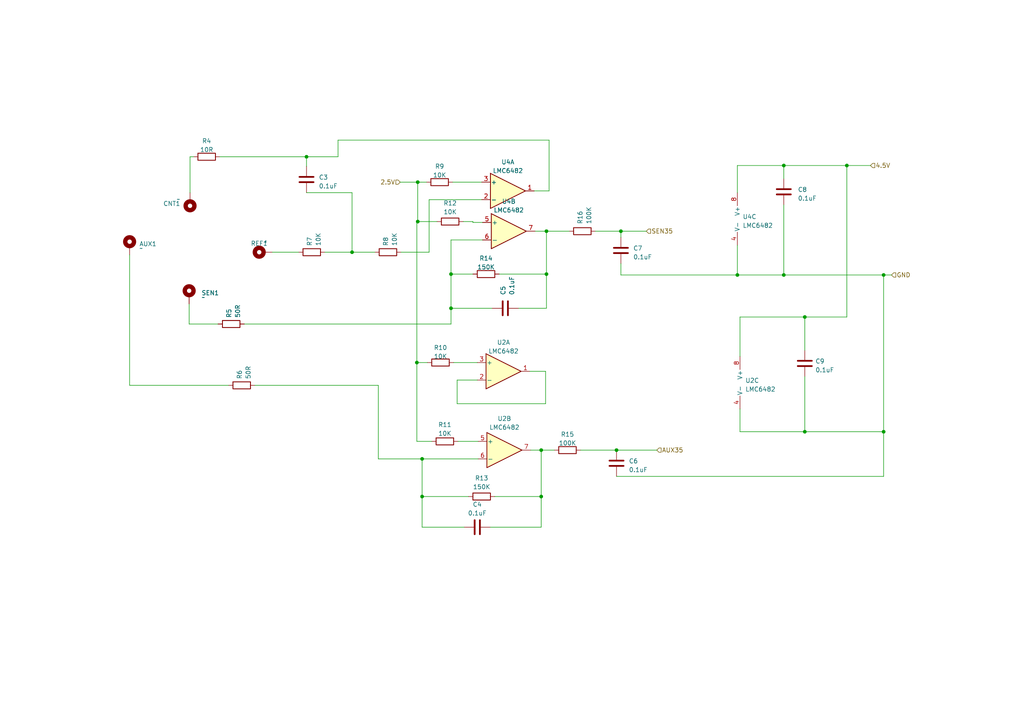
<source format=kicad_sch>
(kicad_sch (version 20230121) (generator eeschema)

  (uuid a898fce5-d1b9-418b-a96f-b8f0af31353e)

  (paper "A4")

  (lib_symbols
    (symbol "Amplifier_Operational:LMC6482" (pin_names (offset 0.127)) (in_bom yes) (on_board yes)
      (property "Reference" "U" (at 0 5.08 0)
        (effects (font (size 1.27 1.27)) (justify left))
      )
      (property "Value" "LMC6482" (at 0 -5.08 0)
        (effects (font (size 1.27 1.27)) (justify left))
      )
      (property "Footprint" "" (at 0 0 0)
        (effects (font (size 1.27 1.27)) hide)
      )
      (property "Datasheet" "http://www.ti.com/lit/ds/symlink/lmc6482.pdf" (at 0 0 0)
        (effects (font (size 1.27 1.27)) hide)
      )
      (property "ki_locked" "" (at 0 0 0)
        (effects (font (size 1.27 1.27)))
      )
      (property "ki_keywords" "dual opamp" (at 0 0 0)
        (effects (font (size 1.27 1.27)) hide)
      )
      (property "ki_description" "Dual CMOS Rail-to-Rail Input and Output Operational Amplifier, DIP-8/SOIC-8, SSOP-8" (at 0 0 0)
        (effects (font (size 1.27 1.27)) hide)
      )
      (property "ki_fp_filters" "SOIC*3.9x4.9mm*P1.27mm* DIP*W7.62mm* TO*99* OnSemi*Micro8* TSSOP*3x3mm*P0.65mm* TSSOP*4.4x3mm*P0.65mm* MSOP*3x3mm*P0.65mm* SSOP*3.9x4.9mm*P0.635mm* LFCSP*2x2mm*P0.5mm* *SIP* SOIC*5.3x6.2mm*P1.27mm*" (at 0 0 0)
        (effects (font (size 1.27 1.27)) hide)
      )
      (symbol "LMC6482_1_1"
        (polyline
          (pts
            (xy -5.08 5.08)
            (xy 5.08 0)
            (xy -5.08 -5.08)
            (xy -5.08 5.08)
          )
          (stroke (width 0.254) (type default))
          (fill (type background))
        )
        (pin output line (at 7.62 0 180) (length 2.54)
          (name "~" (effects (font (size 1.27 1.27))))
          (number "1" (effects (font (size 1.27 1.27))))
        )
        (pin input line (at -7.62 -2.54 0) (length 2.54)
          (name "-" (effects (font (size 1.27 1.27))))
          (number "2" (effects (font (size 1.27 1.27))))
        )
        (pin input line (at -7.62 2.54 0) (length 2.54)
          (name "+" (effects (font (size 1.27 1.27))))
          (number "3" (effects (font (size 1.27 1.27))))
        )
      )
      (symbol "LMC6482_2_1"
        (polyline
          (pts
            (xy -5.08 5.08)
            (xy 5.08 0)
            (xy -5.08 -5.08)
            (xy -5.08 5.08)
          )
          (stroke (width 0.254) (type default))
          (fill (type background))
        )
        (pin input line (at -7.62 2.54 0) (length 2.54)
          (name "+" (effects (font (size 1.27 1.27))))
          (number "5" (effects (font (size 1.27 1.27))))
        )
        (pin input line (at -7.62 -2.54 0) (length 2.54)
          (name "-" (effects (font (size 1.27 1.27))))
          (number "6" (effects (font (size 1.27 1.27))))
        )
        (pin output line (at 7.62 0 180) (length 2.54)
          (name "~" (effects (font (size 1.27 1.27))))
          (number "7" (effects (font (size 1.27 1.27))))
        )
      )
      (symbol "LMC6482_3_1"
        (pin power_in line (at -2.54 -7.62 90) (length 3.81)
          (name "V-" (effects (font (size 1.27 1.27))))
          (number "4" (effects (font (size 1.27 1.27))))
        )
        (pin power_in line (at -2.54 7.62 270) (length 3.81)
          (name "V+" (effects (font (size 1.27 1.27))))
          (number "8" (effects (font (size 1.27 1.27))))
        )
      )
    )
    (symbol "Device:C" (pin_numbers hide) (pin_names (offset 0.254)) (in_bom yes) (on_board yes)
      (property "Reference" "C" (at 0.635 2.54 0)
        (effects (font (size 1.27 1.27)) (justify left))
      )
      (property "Value" "C" (at 0.635 -2.54 0)
        (effects (font (size 1.27 1.27)) (justify left))
      )
      (property "Footprint" "" (at 0.9652 -3.81 0)
        (effects (font (size 1.27 1.27)) hide)
      )
      (property "Datasheet" "~" (at 0 0 0)
        (effects (font (size 1.27 1.27)) hide)
      )
      (property "ki_keywords" "cap capacitor" (at 0 0 0)
        (effects (font (size 1.27 1.27)) hide)
      )
      (property "ki_description" "Unpolarized capacitor" (at 0 0 0)
        (effects (font (size 1.27 1.27)) hide)
      )
      (property "ki_fp_filters" "C_*" (at 0 0 0)
        (effects (font (size 1.27 1.27)) hide)
      )
      (symbol "C_0_1"
        (polyline
          (pts
            (xy -2.032 -0.762)
            (xy 2.032 -0.762)
          )
          (stroke (width 0.508) (type default))
          (fill (type none))
        )
        (polyline
          (pts
            (xy -2.032 0.762)
            (xy 2.032 0.762)
          )
          (stroke (width 0.508) (type default))
          (fill (type none))
        )
      )
      (symbol "C_1_1"
        (pin passive line (at 0 3.81 270) (length 2.794)
          (name "~" (effects (font (size 1.27 1.27))))
          (number "1" (effects (font (size 1.27 1.27))))
        )
        (pin passive line (at 0 -3.81 90) (length 2.794)
          (name "~" (effects (font (size 1.27 1.27))))
          (number "2" (effects (font (size 1.27 1.27))))
        )
      )
    )
    (symbol "Device:R" (pin_numbers hide) (pin_names (offset 0)) (in_bom yes) (on_board yes)
      (property "Reference" "R" (at 2.032 0 90)
        (effects (font (size 1.27 1.27)))
      )
      (property "Value" "R" (at 0 0 90)
        (effects (font (size 1.27 1.27)))
      )
      (property "Footprint" "" (at -1.778 0 90)
        (effects (font (size 1.27 1.27)) hide)
      )
      (property "Datasheet" "~" (at 0 0 0)
        (effects (font (size 1.27 1.27)) hide)
      )
      (property "ki_keywords" "R res resistor" (at 0 0 0)
        (effects (font (size 1.27 1.27)) hide)
      )
      (property "ki_description" "Resistor" (at 0 0 0)
        (effects (font (size 1.27 1.27)) hide)
      )
      (property "ki_fp_filters" "R_*" (at 0 0 0)
        (effects (font (size 1.27 1.27)) hide)
      )
      (symbol "R_0_1"
        (rectangle (start -1.016 -2.54) (end 1.016 2.54)
          (stroke (width 0.254) (type default))
          (fill (type none))
        )
      )
      (symbol "R_1_1"
        (pin passive line (at 0 3.81 270) (length 1.27)
          (name "~" (effects (font (size 1.27 1.27))))
          (number "1" (effects (font (size 1.27 1.27))))
        )
        (pin passive line (at 0 -3.81 90) (length 1.27)
          (name "~" (effects (font (size 1.27 1.27))))
          (number "2" (effects (font (size 1.27 1.27))))
        )
      )
    )
    (symbol "Mechanical:MountingHole_Pad" (pin_numbers hide) (pin_names (offset 1.016) hide) (in_bom yes) (on_board yes)
      (property "Reference" "H" (at 0 6.35 0)
        (effects (font (size 1.27 1.27)))
      )
      (property "Value" "MountingHole_Pad" (at 0 4.445 0)
        (effects (font (size 1.27 1.27)))
      )
      (property "Footprint" "" (at 0 0 0)
        (effects (font (size 1.27 1.27)) hide)
      )
      (property "Datasheet" "~" (at 0 0 0)
        (effects (font (size 1.27 1.27)) hide)
      )
      (property "ki_keywords" "mounting hole" (at 0 0 0)
        (effects (font (size 1.27 1.27)) hide)
      )
      (property "ki_description" "Mounting Hole with connection" (at 0 0 0)
        (effects (font (size 1.27 1.27)) hide)
      )
      (property "ki_fp_filters" "MountingHole*Pad*" (at 0 0 0)
        (effects (font (size 1.27 1.27)) hide)
      )
      (symbol "MountingHole_Pad_0_1"
        (circle (center 0 1.27) (radius 1.27)
          (stroke (width 1.27) (type default))
          (fill (type none))
        )
      )
      (symbol "MountingHole_Pad_1_1"
        (pin input line (at 0 -2.54 90) (length 2.54)
          (name "1" (effects (font (size 1.27 1.27))))
          (number "1" (effects (font (size 1.27 1.27))))
        )
      )
    )
  )

  (junction (at 180.086 67.056) (diameter 0) (color 0 0 0 0)
    (uuid 04b225fb-f996-461c-b08d-74114fbebdc9)
  )
  (junction (at 245.618 48.006) (diameter 0) (color 0 0 0 0)
    (uuid 080cebc6-21fa-4fa2-8205-9fb6b603e098)
  )
  (junction (at 122.428 133.096) (diameter 0) (color 0 0 0 0)
    (uuid 4c76ecf8-9277-449d-9985-9e36f74db2a1)
  )
  (junction (at 178.816 130.556) (diameter 0) (color 0 0 0 0)
    (uuid 50b7a418-e93a-4f84-8e63-6c5bcd73e195)
  )
  (junction (at 130.81 79.502) (diameter 0) (color 0 0 0 0)
    (uuid 6d5f41e2-f934-4104-905b-e8ea8ff75460)
  )
  (junction (at 122.428 144.018) (diameter 0) (color 0 0 0 0)
    (uuid 6ebe0849-63fa-4575-812e-f600f5527704)
  )
  (junction (at 227.33 79.756) (diameter 0) (color 0 0 0 0)
    (uuid 733bb1fe-cd34-47f0-83fc-bd0bda86cc50)
  )
  (junction (at 233.426 91.948) (diameter 0) (color 0 0 0 0)
    (uuid 7aa03080-7d14-4f8e-9907-12e5d67fee83)
  )
  (junction (at 121.158 64.262) (diameter 0) (color 0 0 0 0)
    (uuid 8831bb48-deb2-479b-adc4-077a9ba43887)
  )
  (junction (at 88.9 45.466) (diameter 0) (color 0 0 0 0)
    (uuid 8d19542b-2f1c-45cf-97da-3fefd4a99f42)
  )
  (junction (at 213.868 79.756) (diameter 0) (color 0 0 0 0)
    (uuid 903999fd-cc85-48cd-8604-27acd2726ca9)
  )
  (junction (at 130.81 89.408) (diameter 0) (color 0 0 0 0)
    (uuid 9091756f-66af-4a09-b5cb-32f0252bc98b)
  )
  (junction (at 120.904 105.156) (diameter 0) (color 0 0 0 0)
    (uuid 9882904a-fdde-4703-a8af-8b62d19f4c54)
  )
  (junction (at 256.286 79.756) (diameter 0) (color 0 0 0 0)
    (uuid 9d649c9a-0eed-465f-856e-e6673a251101)
  )
  (junction (at 227.33 48.006) (diameter 0) (color 0 0 0 0)
    (uuid a6567463-76e3-4b6f-8de6-b4044b1ffe53)
  )
  (junction (at 158.496 67.056) (diameter 0) (color 0 0 0 0)
    (uuid ac259ea1-2338-4393-9e06-57a52bc10c08)
  )
  (junction (at 233.426 125.222) (diameter 0) (color 0 0 0 0)
    (uuid b02c092d-2281-49f5-a76b-0da5ae8041db)
  )
  (junction (at 256.286 125.222) (diameter 0) (color 0 0 0 0)
    (uuid c592789d-b358-4906-91d7-cad6b90a3fab)
  )
  (junction (at 102.108 73.152) (diameter 0) (color 0 0 0 0)
    (uuid c90a670c-e0e2-4842-98ad-66b4c10bae9c)
  )
  (junction (at 121.158 52.832) (diameter 0) (color 0 0 0 0)
    (uuid d579333a-4c3d-4dc3-a63f-06a284e05f0d)
  )
  (junction (at 156.972 144.018) (diameter 0) (color 0 0 0 0)
    (uuid dc324841-3841-4a1f-87d6-2be2f38db317)
  )
  (junction (at 158.496 79.502) (diameter 0) (color 0 0 0 0)
    (uuid ebef4f1a-2aaa-494d-90c6-98511ef645ad)
  )
  (junction (at 156.972 130.556) (diameter 0) (color 0 0 0 0)
    (uuid f2ca60a6-943a-4174-9bff-774bbf213b56)
  )

  (wire (pts (xy 116.078 52.832) (xy 121.158 52.832))
    (stroke (width 0) (type default))
    (uuid 037682de-8dd8-428f-8b99-f1a8855b4c6d)
  )
  (wire (pts (xy 98.044 45.466) (xy 88.9 45.466))
    (stroke (width 0) (type default))
    (uuid 053b3042-18b7-476a-bd0f-afb376258dcb)
  )
  (wire (pts (xy 159.258 55.372) (xy 159.258 40.64))
    (stroke (width 0) (type default))
    (uuid 0561e330-4aad-434e-9e28-1c542e540fb9)
  )
  (wire (pts (xy 131.318 52.832) (xy 139.7 52.832))
    (stroke (width 0) (type default))
    (uuid 0762ddeb-325d-41e3-86da-81d43d8dbee3)
  )
  (wire (pts (xy 73.914 111.76) (xy 109.728 111.76))
    (stroke (width 0) (type default))
    (uuid 0953976f-0718-4198-a7ff-52120788314a)
  )
  (wire (pts (xy 256.286 79.756) (xy 258.572 79.756))
    (stroke (width 0) (type default))
    (uuid 0d8430c2-17f4-4d6b-a821-6ed47cda4d76)
  )
  (wire (pts (xy 122.428 144.018) (xy 122.428 133.096))
    (stroke (width 0) (type default))
    (uuid 0e8b427e-3b65-4458-8bc3-3116b7c72f2b)
  )
  (wire (pts (xy 78.994 73.152) (xy 86.614 73.152))
    (stroke (width 0) (type default))
    (uuid 0ed79d37-9d56-4124-9205-d76ac71c19b3)
  )
  (wire (pts (xy 213.868 48.006) (xy 213.868 55.88))
    (stroke (width 0) (type default))
    (uuid 12bd74e7-5095-4747-a638-8e64a362431f)
  )
  (wire (pts (xy 98.044 40.64) (xy 98.044 45.466))
    (stroke (width 0) (type default))
    (uuid 163c9e7c-5ac0-41d2-adb2-eff530273f6b)
  )
  (wire (pts (xy 245.618 48.006) (xy 245.618 91.948))
    (stroke (width 0) (type default))
    (uuid 16e8c642-c994-4a22-9b89-f5b8eff6ff29)
  )
  (wire (pts (xy 130.81 89.408) (xy 142.748 89.408))
    (stroke (width 0) (type default))
    (uuid 176d3c01-d1a0-4910-afa7-3539bce895f0)
  )
  (wire (pts (xy 187.452 67.056) (xy 180.086 67.056))
    (stroke (width 0) (type default))
    (uuid 19f5ec96-f762-4179-b350-e7e6a5a36e6d)
  )
  (wire (pts (xy 137.16 64.262) (xy 137.16 64.516))
    (stroke (width 0) (type default))
    (uuid 26e7b48f-cd7a-4dbc-9eb3-1ff70fa6bd63)
  )
  (wire (pts (xy 132.588 117.094) (xy 132.588 110.236))
    (stroke (width 0) (type default))
    (uuid 28340e6b-d0da-4abe-9571-c32f73afed35)
  )
  (wire (pts (xy 102.108 73.152) (xy 108.712 73.152))
    (stroke (width 0) (type default))
    (uuid 28fffe52-68bb-4959-bfd4-f8ab6bdd09c0)
  )
  (wire (pts (xy 120.904 64.262) (xy 121.158 64.262))
    (stroke (width 0) (type default))
    (uuid 2f2f1198-c58b-4736-9dc6-c38bb4006125)
  )
  (wire (pts (xy 245.618 48.006) (xy 227.33 48.006))
    (stroke (width 0) (type default))
    (uuid 2fd0b797-a7b1-4af4-b729-41062fd41994)
  )
  (wire (pts (xy 122.428 133.096) (xy 138.684 133.096))
    (stroke (width 0) (type default))
    (uuid 30df8192-d043-48f2-899f-9bcc1e3b8f62)
  )
  (wire (pts (xy 156.972 130.556) (xy 160.782 130.556))
    (stroke (width 0) (type default))
    (uuid 30eaa1a4-7157-4e18-b0b2-1bc85d859c7d)
  )
  (wire (pts (xy 180.086 76.454) (xy 180.086 79.756))
    (stroke (width 0) (type default))
    (uuid 31a4fba2-937a-4164-b7a1-3323ad4fe54f)
  )
  (wire (pts (xy 63.754 45.466) (xy 88.9 45.466))
    (stroke (width 0) (type default))
    (uuid 31f4f6bb-3329-4b56-ab9a-3b965f6c9c50)
  )
  (wire (pts (xy 227.33 48.006) (xy 213.868 48.006))
    (stroke (width 0) (type default))
    (uuid 346876cf-c726-40ca-8041-860ca8363ef8)
  )
  (wire (pts (xy 143.51 144.018) (xy 156.972 144.018))
    (stroke (width 0) (type default))
    (uuid 34be1753-e961-4db4-96bd-914e892fa16d)
  )
  (wire (pts (xy 156.972 152.908) (xy 156.972 144.018))
    (stroke (width 0) (type default))
    (uuid 36df6472-6f42-4440-836f-30eb39922b8e)
  )
  (wire (pts (xy 125.222 128.016) (xy 120.904 128.016))
    (stroke (width 0) (type default))
    (uuid 3a93934e-47f1-4adb-aa03-e95ecf6ee89d)
  )
  (wire (pts (xy 233.426 109.22) (xy 233.426 125.222))
    (stroke (width 0) (type default))
    (uuid 3ac52d88-ee27-431f-abfd-bdaaa8eee21b)
  )
  (wire (pts (xy 137.16 64.516) (xy 139.954 64.516))
    (stroke (width 0) (type default))
    (uuid 3dcad529-588e-4b37-9cce-6733f6e03963)
  )
  (wire (pts (xy 54.864 88.138) (xy 54.864 93.98))
    (stroke (width 0) (type default))
    (uuid 3e3975d6-b10c-4bdc-b847-2da6316536d4)
  )
  (wire (pts (xy 124.46 57.912) (xy 124.46 73.152))
    (stroke (width 0) (type default))
    (uuid 3f39b4b2-756e-45b0-bacc-45416ad054e3)
  )
  (wire (pts (xy 134.366 64.262) (xy 137.16 64.262))
    (stroke (width 0) (type default))
    (uuid 4134f8fe-1e23-471d-b078-0d821e1cbde0)
  )
  (wire (pts (xy 139.7 57.912) (xy 124.46 57.912))
    (stroke (width 0) (type default))
    (uuid 42f90306-cadf-4fee-a7d9-a65c80cb3a98)
  )
  (wire (pts (xy 150.368 89.408) (xy 158.496 89.408))
    (stroke (width 0) (type default))
    (uuid 43b53381-30f0-4295-99d5-c00d411b2a44)
  )
  (wire (pts (xy 132.588 110.236) (xy 138.43 110.236))
    (stroke (width 0) (type default))
    (uuid 44b3e1e3-36b3-459c-be6c-69cdbac2231a)
  )
  (wire (pts (xy 109.728 111.76) (xy 109.728 133.096))
    (stroke (width 0) (type default))
    (uuid 47436055-28a4-4ef4-a098-4053afe3863b)
  )
  (wire (pts (xy 168.402 130.556) (xy 178.816 130.556))
    (stroke (width 0) (type default))
    (uuid 4f178685-fc67-45fc-a9dd-308e21366d2d)
  )
  (wire (pts (xy 121.158 64.262) (xy 121.158 52.832))
    (stroke (width 0) (type default))
    (uuid 5331785c-00a2-4809-b614-9f306c9c0096)
  )
  (wire (pts (xy 227.33 79.756) (xy 256.286 79.756))
    (stroke (width 0) (type default))
    (uuid 56950b1f-c774-44a6-b9e3-d2885c1a751c)
  )
  (wire (pts (xy 134.62 152.908) (xy 122.428 152.908))
    (stroke (width 0) (type default))
    (uuid 58dafc77-4950-4c44-bc7d-e5d2c07700dd)
  )
  (wire (pts (xy 233.426 101.6) (xy 233.426 91.948))
    (stroke (width 0) (type default))
    (uuid 5a10676f-32ff-4e45-9b45-6a66c959e2f4)
  )
  (wire (pts (xy 213.868 79.756) (xy 227.33 79.756))
    (stroke (width 0) (type default))
    (uuid 5a9d21dd-d888-48cd-bf08-b2c853748efa)
  )
  (wire (pts (xy 137.16 79.502) (xy 130.81 79.502))
    (stroke (width 0) (type default))
    (uuid 60742006-c30f-421e-a6f2-3950c3c9b97e)
  )
  (wire (pts (xy 172.72 67.056) (xy 180.086 67.056))
    (stroke (width 0) (type default))
    (uuid 615ab861-8add-4e0a-ad89-352c96c252ab)
  )
  (wire (pts (xy 124.46 73.152) (xy 116.332 73.152))
    (stroke (width 0) (type default))
    (uuid 6312d685-6721-4522-a885-d136a10af9ec)
  )
  (wire (pts (xy 214.63 91.948) (xy 233.426 91.948))
    (stroke (width 0) (type default))
    (uuid 652f35e5-acec-4bfe-adab-a24fd17b4414)
  )
  (wire (pts (xy 233.426 125.222) (xy 256.286 125.222))
    (stroke (width 0) (type default))
    (uuid 6ba647ea-f8fe-4b79-8fb6-9dabca1a46a5)
  )
  (wire (pts (xy 130.81 89.408) (xy 130.81 93.98))
    (stroke (width 0) (type default))
    (uuid 704e113b-2c1e-4d36-9bf0-71c455a70968)
  )
  (wire (pts (xy 256.286 138.176) (xy 256.286 125.222))
    (stroke (width 0) (type default))
    (uuid 78467627-b569-4873-9991-92bd00b3800f)
  )
  (wire (pts (xy 37.592 73.914) (xy 37.592 111.76))
    (stroke (width 0) (type default))
    (uuid 7a782c2d-0319-4965-874e-449f70200d49)
  )
  (wire (pts (xy 55.118 45.466) (xy 55.118 55.88))
    (stroke (width 0) (type default))
    (uuid 7b7319bc-b5c3-4f4e-9933-cc1664af5cb0)
  )
  (wire (pts (xy 159.258 40.64) (xy 98.044 40.64))
    (stroke (width 0) (type default))
    (uuid 7dfc65f6-585c-4ffd-8716-5c0c612c14cd)
  )
  (wire (pts (xy 130.81 79.502) (xy 130.81 89.408))
    (stroke (width 0) (type default))
    (uuid 7f410bc1-a4d9-4d90-8d69-63be74feb309)
  )
  (wire (pts (xy 122.428 152.908) (xy 122.428 144.018))
    (stroke (width 0) (type default))
    (uuid 80c6e244-3d88-45d5-b29a-6e4b224bf641)
  )
  (wire (pts (xy 130.81 69.596) (xy 139.954 69.596))
    (stroke (width 0) (type default))
    (uuid 810568dd-0085-4b3f-a265-690a6698d8c3)
  )
  (wire (pts (xy 120.904 64.262) (xy 120.904 105.156))
    (stroke (width 0) (type default))
    (uuid 81978ab4-055c-445b-a2fa-145c8cef405d)
  )
  (wire (pts (xy 123.952 105.156) (xy 120.904 105.156))
    (stroke (width 0) (type default))
    (uuid 849a8565-3ec8-4d2f-9145-5689aaf06182)
  )
  (wire (pts (xy 227.33 48.006) (xy 227.33 51.816))
    (stroke (width 0) (type default))
    (uuid 84b78517-2477-4360-866e-e6774592e5b1)
  )
  (wire (pts (xy 130.81 69.596) (xy 130.81 79.502))
    (stroke (width 0) (type default))
    (uuid 863153b1-5792-420f-87e1-dcb35e9c7dc5)
  )
  (wire (pts (xy 233.426 91.948) (xy 245.618 91.948))
    (stroke (width 0) (type default))
    (uuid 94382609-8ac2-47a0-b75d-ac195f8c9073)
  )
  (wire (pts (xy 70.866 93.98) (xy 130.81 93.98))
    (stroke (width 0) (type default))
    (uuid 98d754de-674c-477a-86df-047660cc5598)
  )
  (wire (pts (xy 158.496 89.408) (xy 158.496 79.502))
    (stroke (width 0) (type default))
    (uuid a1dae7dd-2c69-4d35-adae-4c28dd470189)
  )
  (wire (pts (xy 131.572 105.156) (xy 138.43 105.156))
    (stroke (width 0) (type default))
    (uuid a348bc12-0d24-4d21-8755-677441420d47)
  )
  (wire (pts (xy 132.842 128.016) (xy 138.684 128.016))
    (stroke (width 0) (type default))
    (uuid a7c2bd38-3923-46ed-b9c4-70c08bc2b496)
  )
  (wire (pts (xy 190.5 130.556) (xy 178.816 130.556))
    (stroke (width 0) (type default))
    (uuid a85950ca-e88a-4dc2-929a-c6726f9d0ac2)
  )
  (wire (pts (xy 158.242 117.094) (xy 132.588 117.094))
    (stroke (width 0) (type default))
    (uuid aa178e4d-5507-4269-81fc-4d702e7b69cc)
  )
  (wire (pts (xy 214.63 118.618) (xy 214.63 125.222))
    (stroke (width 0) (type default))
    (uuid acca568d-9e2c-45c6-8dbe-1dd987f1fc3a)
  )
  (wire (pts (xy 178.816 138.176) (xy 256.286 138.176))
    (stroke (width 0) (type default))
    (uuid b078906c-7a21-46b4-8e00-9afa0f01f07e)
  )
  (wire (pts (xy 158.496 67.056) (xy 158.496 79.502))
    (stroke (width 0) (type default))
    (uuid b195ccc0-60d8-46e3-876a-d6d1f1539000)
  )
  (wire (pts (xy 213.868 79.756) (xy 213.868 71.12))
    (stroke (width 0) (type default))
    (uuid b4ff4e44-64d3-4a59-84a0-d104e6da2b8c)
  )
  (wire (pts (xy 214.63 125.222) (xy 233.426 125.222))
    (stroke (width 0) (type default))
    (uuid b850a66a-d478-4dd8-b979-e5ecd4d0fc88)
  )
  (wire (pts (xy 165.1 67.056) (xy 158.496 67.056))
    (stroke (width 0) (type default))
    (uuid baa14b68-b56f-42b1-8e14-d6378dbc6f3c)
  )
  (wire (pts (xy 37.592 111.76) (xy 66.294 111.76))
    (stroke (width 0) (type default))
    (uuid bba12fb2-1d65-4150-8a7c-e7190c8af5c6)
  )
  (wire (pts (xy 256.286 125.222) (xy 256.286 79.756))
    (stroke (width 0) (type default))
    (uuid bdb234af-1d9f-4207-8bdc-328dd7587982)
  )
  (wire (pts (xy 180.086 67.056) (xy 180.086 68.834))
    (stroke (width 0) (type default))
    (uuid bea14acf-2792-4dd4-bb2c-9d3e4b13e965)
  )
  (wire (pts (xy 121.158 52.832) (xy 123.698 52.832))
    (stroke (width 0) (type default))
    (uuid c25fbf11-6da3-41cc-ae90-2c436449c4e4)
  )
  (wire (pts (xy 109.728 133.096) (xy 122.428 133.096))
    (stroke (width 0) (type default))
    (uuid c837f894-5a79-47e3-ad94-16684e701ea7)
  )
  (wire (pts (xy 88.9 55.88) (xy 102.108 55.88))
    (stroke (width 0) (type default))
    (uuid c933add4-e438-455b-aa49-c703545f7e72)
  )
  (wire (pts (xy 153.67 107.696) (xy 158.242 107.696))
    (stroke (width 0) (type default))
    (uuid cf647ba1-3712-440d-8e01-1b0b63c305c6)
  )
  (wire (pts (xy 54.864 93.98) (xy 63.246 93.98))
    (stroke (width 0) (type default))
    (uuid cfb55add-06a4-45df-a473-4b26f0e69f5f)
  )
  (wire (pts (xy 252.476 48.006) (xy 245.618 48.006))
    (stroke (width 0) (type default))
    (uuid d30c101d-cfd8-4668-b2f9-a91897b3cf48)
  )
  (wire (pts (xy 154.94 55.372) (xy 159.258 55.372))
    (stroke (width 0) (type default))
    (uuid d3f8862b-fb4b-4c59-8863-e1e9d0b4f65d)
  )
  (wire (pts (xy 126.746 64.262) (xy 121.158 64.262))
    (stroke (width 0) (type default))
    (uuid d46de9f1-290d-4c72-9499-9534a9315160)
  )
  (wire (pts (xy 142.24 152.908) (xy 156.972 152.908))
    (stroke (width 0) (type default))
    (uuid df35b31a-eccc-4778-8cb7-14f4669573aa)
  )
  (wire (pts (xy 153.924 130.556) (xy 156.972 130.556))
    (stroke (width 0) (type default))
    (uuid e1fff6bb-db04-470a-8190-adff1c85f450)
  )
  (wire (pts (xy 135.89 144.018) (xy 122.428 144.018))
    (stroke (width 0) (type default))
    (uuid e7b14bfe-9ebb-42f0-a4c9-f14e6a632406)
  )
  (wire (pts (xy 158.242 107.696) (xy 158.242 117.094))
    (stroke (width 0) (type default))
    (uuid e8c44de8-9ec5-49df-96a6-7534a0662c21)
  )
  (wire (pts (xy 55.118 45.466) (xy 56.134 45.466))
    (stroke (width 0) (type default))
    (uuid e941e56c-8f7d-4951-82af-92d449c3c78c)
  )
  (wire (pts (xy 144.78 79.502) (xy 158.496 79.502))
    (stroke (width 0) (type default))
    (uuid ebaad87c-5e52-4247-a51a-aedc81e1374a)
  )
  (wire (pts (xy 102.108 55.88) (xy 102.108 73.152))
    (stroke (width 0) (type default))
    (uuid ec8a7e5f-af3d-4820-9c03-6e2a50f1ce1e)
  )
  (wire (pts (xy 120.904 128.016) (xy 120.904 105.156))
    (stroke (width 0) (type default))
    (uuid eca25e99-0427-4bf0-afa4-fbd847af8390)
  )
  (wire (pts (xy 156.972 144.018) (xy 156.972 130.556))
    (stroke (width 0) (type default))
    (uuid eeeba679-3dec-46a4-8ffd-5cbc3a534a1f)
  )
  (wire (pts (xy 88.9 45.466) (xy 88.9 48.26))
    (stroke (width 0) (type default))
    (uuid ef48df6a-64b9-4064-858a-75a488693786)
  )
  (wire (pts (xy 214.63 103.378) (xy 214.63 91.948))
    (stroke (width 0) (type default))
    (uuid efd271ad-259c-48e3-b6a8-3cb2a0f33744)
  )
  (wire (pts (xy 94.234 73.152) (xy 102.108 73.152))
    (stroke (width 0) (type default))
    (uuid f5d45f71-0b0a-46f2-9e6a-5dad9385275c)
  )
  (wire (pts (xy 158.496 67.056) (xy 155.194 67.056))
    (stroke (width 0) (type default))
    (uuid f61e0960-21e2-4ef5-8451-847e43a9fea8)
  )
  (wire (pts (xy 180.086 79.756) (xy 213.868 79.756))
    (stroke (width 0) (type default))
    (uuid f627aee8-a40b-47a5-bef7-485d7e284596)
  )
  (wire (pts (xy 227.33 59.436) (xy 227.33 79.756))
    (stroke (width 0) (type default))
    (uuid fb0ab742-3985-4d33-a8ef-f92f5c960805)
  )

  (hierarchical_label "GND" (shape input) (at 258.572 79.756 0) (fields_autoplaced)
    (effects (font (size 1.27 1.27)) (justify left))
    (uuid 1dfcaaec-0419-47f1-8fa1-180d05a94931)
  )
  (hierarchical_label "2.5V" (shape input) (at 116.078 52.832 180) (fields_autoplaced)
    (effects (font (size 1.27 1.27)) (justify right))
    (uuid 3bb413f0-4b29-400e-97bf-439d1ed9f530)
  )
  (hierarchical_label "SEN35" (shape input) (at 187.452 67.056 0) (fields_autoplaced)
    (effects (font (size 1.27 1.27)) (justify left))
    (uuid 8078137d-fde2-4740-aa0c-6ef0df17955a)
  )
  (hierarchical_label "4.5V" (shape input) (at 252.476 48.006 0) (fields_autoplaced)
    (effects (font (size 1.27 1.27)) (justify left))
    (uuid 84cb4f0f-c5c5-4c26-b603-1512d571edcc)
  )
  (hierarchical_label "AUX35" (shape input) (at 190.5 130.556 0) (fields_autoplaced)
    (effects (font (size 1.27 1.27)) (justify left))
    (uuid daa5346a-77be-440e-8698-d60b09f00cfe)
  )

  (symbol (lib_id "Mechanical:MountingHole_Pad") (at 54.864 85.598 0) (unit 1)
    (in_bom yes) (on_board yes) (dnp no) (fields_autoplaced)
    (uuid 1bd0fb3e-6b2f-427b-83be-c7c9a42c2a24)
    (property "Reference" "SEN1" (at 58.42 84.963 0)
      (effects (font (size 1.27 1.27)) (justify left))
    )
    (property "Value" "~" (at 58.42 86.233 0)
      (effects (font (size 1.27 1.27)) (justify left))
    )
    (property "Footprint" "MountingHole:MountingHole_2.7mm_Pad" (at 54.864 85.598 0)
      (effects (font (size 1.27 1.27)) hide)
    )
    (property "Datasheet" "~" (at 54.864 85.598 0)
      (effects (font (size 1.27 1.27)) hide)
    )
    (pin "1" (uuid ed85c1f6-54cb-4b6e-988f-b385f079b0f0))
    (instances
      (project "Air quality project"
        (path "/67b6672b-0c15-41a5-a844-17aa721018b8/e2c83066-cae4-4a4f-a05c-59cf4d457446"
          (reference "SEN1") (unit 1)
        )
        (path "/67b6672b-0c15-41a5-a844-17aa721018b8/be65ffb6-5f15-4847-ab99-a8924076e9fe"
          (reference "SEN2") (unit 1)
        )
        (path "/67b6672b-0c15-41a5-a844-17aa721018b8/86652d49-435a-400b-9cef-913d10ee506e"
          (reference "SEN35") (unit 1)
        )
      )
    )
  )

  (symbol (lib_id "Device:C") (at 146.558 89.408 90) (unit 1)
    (in_bom yes) (on_board yes) (dnp no)
    (uuid 262cbb10-a0e3-4231-8c87-13a54537884e)
    (property "Reference" "C5" (at 145.923 85.598 0)
      (effects (font (size 1.27 1.27)) (justify left))
    )
    (property "Value" "0.1uF" (at 148.463 85.598 0)
      (effects (font (size 1.27 1.27)) (justify left))
    )
    (property "Footprint" "Capacitor_SMD:C_01005_0402Metric" (at 150.368 88.4428 0)
      (effects (font (size 1.27 1.27)) hide)
    )
    (property "Datasheet" "~" (at 146.558 89.408 0)
      (effects (font (size 1.27 1.27)) hide)
    )
    (pin "1" (uuid 92e4003c-9b40-4747-b076-8937ab216932))
    (pin "2" (uuid 6b89a5e9-d80a-4319-82d1-9aae137bb732))
    (instances
      (project "Air quality project"
        (path "/67b6672b-0c15-41a5-a844-17aa721018b8/e2c83066-cae4-4a4f-a05c-59cf4d457446"
          (reference "C5") (unit 1)
        )
        (path "/67b6672b-0c15-41a5-a844-17aa721018b8/be65ffb6-5f15-4847-ab99-a8924076e9fe"
          (reference "C35") (unit 1)
        )
        (path "/67b6672b-0c15-41a5-a844-17aa721018b8/86652d49-435a-400b-9cef-913d10ee506e"
          (reference "C236") (unit 1)
        )
      )
    )
  )

  (symbol (lib_id "Device:C") (at 233.426 105.41 0) (unit 1)
    (in_bom yes) (on_board yes) (dnp no)
    (uuid 2d2aea05-fa18-4e9d-8ecf-21599c5efbd6)
    (property "Reference" "C9" (at 236.474 104.775 0)
      (effects (font (size 1.27 1.27)) (justify left))
    )
    (property "Value" "0.1uF" (at 236.474 107.315 0)
      (effects (font (size 1.27 1.27)) (justify left))
    )
    (property "Footprint" "Capacitor_SMD:C_01005_0402Metric" (at 234.3912 109.22 0)
      (effects (font (size 1.27 1.27)) hide)
    )
    (property "Datasheet" "~" (at 233.426 105.41 0)
      (effects (font (size 1.27 1.27)) hide)
    )
    (pin "1" (uuid 799c0d21-a3a4-4848-a2e6-1bdfe2f37c84))
    (pin "2" (uuid bc7961b6-6c4e-4b45-af49-76fbd4d562a0))
    (instances
      (project "Air quality project"
        (path "/67b6672b-0c15-41a5-a844-17aa721018b8/e2c83066-cae4-4a4f-a05c-59cf4d457446"
          (reference "C9") (unit 1)
        )
        (path "/67b6672b-0c15-41a5-a844-17aa721018b8/be65ffb6-5f15-4847-ab99-a8924076e9fe"
          (reference "C39") (unit 1)
        )
        (path "/67b6672b-0c15-41a5-a844-17aa721018b8/86652d49-435a-400b-9cef-913d10ee506e"
          (reference "C240") (unit 1)
        )
      )
    )
  )

  (symbol (lib_id "Device:C") (at 88.9 52.07 0) (unit 1)
    (in_bom yes) (on_board yes) (dnp no) (fields_autoplaced)
    (uuid 4009a7f9-debe-4832-8b6d-095f8fc5ebc4)
    (property "Reference" "C3" (at 92.456 51.435 0)
      (effects (font (size 1.27 1.27)) (justify left))
    )
    (property "Value" "0.1uF" (at 92.456 53.975 0)
      (effects (font (size 1.27 1.27)) (justify left))
    )
    (property "Footprint" "Capacitor_SMD:C_01005_0402Metric" (at 89.8652 55.88 0)
      (effects (font (size 1.27 1.27)) hide)
    )
    (property "Datasheet" "~" (at 88.9 52.07 0)
      (effects (font (size 1.27 1.27)) hide)
    )
    (pin "1" (uuid 78b95cb4-c3af-4d22-bba1-c3c128e335aa))
    (pin "2" (uuid 62b3ef8c-53fb-4943-9ca8-eec3a2596606))
    (instances
      (project "Air quality project"
        (path "/67b6672b-0c15-41a5-a844-17aa721018b8/e2c83066-cae4-4a4f-a05c-59cf4d457446"
          (reference "C3") (unit 1)
        )
        (path "/67b6672b-0c15-41a5-a844-17aa721018b8/be65ffb6-5f15-4847-ab99-a8924076e9fe"
          (reference "C13") (unit 1)
        )
        (path "/67b6672b-0c15-41a5-a844-17aa721018b8/86652d49-435a-400b-9cef-913d10ee506e"
          (reference "C234") (unit 1)
        )
      )
    )
  )

  (symbol (lib_id "Amplifier_Operational:LMC6482") (at 147.574 67.056 0) (unit 2)
    (in_bom yes) (on_board yes) (dnp no) (fields_autoplaced)
    (uuid 41807c8d-bf77-4e18-a628-3376499bf894)
    (property "Reference" "U4" (at 147.574 58.42 0)
      (effects (font (size 1.27 1.27)))
    )
    (property "Value" "LMC6482" (at 147.574 60.96 0)
      (effects (font (size 1.27 1.27)))
    )
    (property "Footprint" "Package_SO:SOIC-8_3.9x4.9mm_P1.27mm" (at 147.574 67.056 0)
      (effects (font (size 1.27 1.27)) hide)
    )
    (property "Datasheet" "http://www.ti.com/lit/ds/symlink/lmc6482.pdf" (at 147.574 67.056 0)
      (effects (font (size 1.27 1.27)) hide)
    )
    (pin "1" (uuid 9c1e9d8f-1c28-41e3-9575-41efbc51ba50))
    (pin "2" (uuid 1d0291f0-3ca2-4510-9705-02c12b2ea42d))
    (pin "3" (uuid 1f78b38e-dbc0-4584-b37f-86c494584341))
    (pin "5" (uuid a5caf84e-6114-4230-aaf5-86bb431b0042))
    (pin "6" (uuid 13b17367-87a5-4476-952a-9d0b29356d69))
    (pin "7" (uuid 6ac6d6e9-b26e-45dc-8e7c-4717aa549271))
    (pin "4" (uuid 06dc1765-d68c-4f67-a73b-d9fa7caa6956))
    (pin "8" (uuid 2077a737-d294-413f-b778-56afbb60776f))
    (instances
      (project "Air quality project"
        (path "/67b6672b-0c15-41a5-a844-17aa721018b8/e2c83066-cae4-4a4f-a05c-59cf4d457446"
          (reference "U4") (unit 2)
        )
        (path "/67b6672b-0c15-41a5-a844-17aa721018b8/be65ffb6-5f15-4847-ab99-a8924076e9fe"
          (reference "U13") (unit 2)
        )
        (path "/67b6672b-0c15-41a5-a844-17aa721018b8/86652d49-435a-400b-9cef-913d10ee506e"
          (reference "U70") (unit 2)
        )
      )
    )
  )

  (symbol (lib_id "Device:R") (at 112.522 73.152 90) (unit 1)
    (in_bom yes) (on_board yes) (dnp no)
    (uuid 4d0f5f97-9580-42ce-b28e-506907c484bc)
    (property "Reference" "R8" (at 111.887 71.374 0)
      (effects (font (size 1.27 1.27)) (justify left))
    )
    (property "Value" "10K" (at 114.427 71.374 0)
      (effects (font (size 1.27 1.27)) (justify left))
    )
    (property "Footprint" "Resistor_SMD:R_0402_1005Metric" (at 112.522 74.93 90)
      (effects (font (size 1.27 1.27)) hide)
    )
    (property "Datasheet" "~" (at 112.522 73.152 0)
      (effects (font (size 1.27 1.27)) hide)
    )
    (pin "1" (uuid 4f417f5c-8c2b-4587-84ca-0981c88c5bd5))
    (pin "2" (uuid 1692e235-6b40-43f5-84c1-fff284521187))
    (instances
      (project "Air quality project"
        (path "/67b6672b-0c15-41a5-a844-17aa721018b8/e2c83066-cae4-4a4f-a05c-59cf4d457446"
          (reference "R8") (unit 1)
        )
        (path "/67b6672b-0c15-41a5-a844-17aa721018b8/be65ffb6-5f15-4847-ab99-a8924076e9fe"
          (reference "R39") (unit 1)
        )
        (path "/67b6672b-0c15-41a5-a844-17aa721018b8/86652d49-435a-400b-9cef-913d10ee506e"
          (reference "R437") (unit 1)
        )
      )
    )
  )

  (symbol (lib_id "Device:R") (at 130.556 64.262 90) (unit 1)
    (in_bom yes) (on_board yes) (dnp no) (fields_autoplaced)
    (uuid 4ee06906-fd2c-43fb-8232-2c14034285c6)
    (property "Reference" "R12" (at 130.556 58.928 90)
      (effects (font (size 1.27 1.27)))
    )
    (property "Value" "10K" (at 130.556 61.468 90)
      (effects (font (size 1.27 1.27)))
    )
    (property "Footprint" "Resistor_SMD:R_0402_1005Metric" (at 130.556 66.04 90)
      (effects (font (size 1.27 1.27)) hide)
    )
    (property "Datasheet" "~" (at 130.556 64.262 0)
      (effects (font (size 1.27 1.27)) hide)
    )
    (pin "1" (uuid 897a6c5f-a345-4dee-af02-8c270291ed02))
    (pin "2" (uuid bc6d69fe-08f1-4238-b10c-79d8a5c47292))
    (instances
      (project "Air quality project"
        (path "/67b6672b-0c15-41a5-a844-17aa721018b8/e2c83066-cae4-4a4f-a05c-59cf4d457446"
          (reference "R12") (unit 1)
        )
        (path "/67b6672b-0c15-41a5-a844-17aa721018b8/be65ffb6-5f15-4847-ab99-a8924076e9fe"
          (reference "R59") (unit 1)
        )
        (path "/67b6672b-0c15-41a5-a844-17aa721018b8/86652d49-435a-400b-9cef-913d10ee506e"
          (reference "R441") (unit 1)
        )
      )
    )
  )

  (symbol (lib_id "Mechanical:MountingHole_Pad") (at 37.592 71.374 0) (unit 1)
    (in_bom yes) (on_board yes) (dnp no)
    (uuid 5b473166-9f82-4ce7-a1ea-9fda9e819dda)
    (property "Reference" "AUX1" (at 40.386 70.739 0)
      (effects (font (size 1.27 1.27)) (justify left))
    )
    (property "Value" "~" (at 40.386 72.009 0)
      (effects (font (size 1.27 1.27)) (justify left))
    )
    (property "Footprint" "MountingHole:MountingHole_2.7mm_Pad" (at 37.592 71.374 0)
      (effects (font (size 1.27 1.27)) hide)
    )
    (property "Datasheet" "~" (at 37.592 71.374 0)
      (effects (font (size 1.27 1.27)) hide)
    )
    (pin "1" (uuid b535a554-225e-43cd-95e4-6b09814189cf))
    (instances
      (project "Air quality project"
        (path "/67b6672b-0c15-41a5-a844-17aa721018b8/e2c83066-cae4-4a4f-a05c-59cf4d457446"
          (reference "AUX1") (unit 1)
        )
        (path "/67b6672b-0c15-41a5-a844-17aa721018b8/be65ffb6-5f15-4847-ab99-a8924076e9fe"
          (reference "AUX2") (unit 1)
        )
        (path "/67b6672b-0c15-41a5-a844-17aa721018b8/86652d49-435a-400b-9cef-913d10ee506e"
          (reference "AUX35") (unit 1)
        )
      )
    )
  )

  (symbol (lib_id "Device:R") (at 127.762 105.156 90) (unit 1)
    (in_bom yes) (on_board yes) (dnp no) (fields_autoplaced)
    (uuid 634adfb4-fa55-4749-aa8b-dae31a269647)
    (property "Reference" "R10" (at 127.762 100.838 90)
      (effects (font (size 1.27 1.27)))
    )
    (property "Value" "10K" (at 127.762 103.378 90)
      (effects (font (size 1.27 1.27)))
    )
    (property "Footprint" "Resistor_SMD:R_0402_1005Metric" (at 127.762 106.934 90)
      (effects (font (size 1.27 1.27)) hide)
    )
    (property "Datasheet" "~" (at 127.762 105.156 0)
      (effects (font (size 1.27 1.27)) hide)
    )
    (pin "1" (uuid 1c0855f5-21ac-41c7-b29b-569109970fea))
    (pin "2" (uuid 5e5625ee-39f0-4235-a037-6bf6f6cec650))
    (instances
      (project "Air quality project"
        (path "/67b6672b-0c15-41a5-a844-17aa721018b8/e2c83066-cae4-4a4f-a05c-59cf4d457446"
          (reference "R10") (unit 1)
        )
        (path "/67b6672b-0c15-41a5-a844-17aa721018b8/be65ffb6-5f15-4847-ab99-a8924076e9fe"
          (reference "R49") (unit 1)
        )
        (path "/67b6672b-0c15-41a5-a844-17aa721018b8/86652d49-435a-400b-9cef-913d10ee506e"
          (reference "R439") (unit 1)
        )
      )
    )
  )

  (symbol (lib_id "Amplifier_Operational:LMC6482") (at 147.32 55.372 0) (unit 1)
    (in_bom yes) (on_board yes) (dnp no) (fields_autoplaced)
    (uuid 6a9e74ad-4a3d-4f6b-9e6d-1704403730bb)
    (property "Reference" "U4" (at 147.32 46.99 0)
      (effects (font (size 1.27 1.27)))
    )
    (property "Value" "LMC6482" (at 147.32 49.53 0)
      (effects (font (size 1.27 1.27)))
    )
    (property "Footprint" "Package_SO:SOIC-8_3.9x4.9mm_P1.27mm" (at 147.32 55.372 0)
      (effects (font (size 1.27 1.27)) hide)
    )
    (property "Datasheet" "http://www.ti.com/lit/ds/symlink/lmc6482.pdf" (at 147.32 55.372 0)
      (effects (font (size 1.27 1.27)) hide)
    )
    (pin "1" (uuid 1e9d95ed-230a-455e-9965-1d36619f8889))
    (pin "2" (uuid ad16dcfd-9ca4-471c-b4cf-34554a62bceb))
    (pin "3" (uuid e8b2423e-5c10-494d-8724-655208dad9d6))
    (pin "5" (uuid 7e217bec-f5f9-4503-96e2-e0cff25dde3f))
    (pin "6" (uuid ed4ead67-62ba-4dc4-86a0-f436eefe99dd))
    (pin "7" (uuid ef455054-ceb9-4486-86bb-c10142a92b1a))
    (pin "4" (uuid 0efdc872-5caf-4241-9340-e8ec1bb01b5b))
    (pin "8" (uuid 7d3e3f09-3aff-4bd7-8548-a79c845e659b))
    (instances
      (project "Air quality project"
        (path "/67b6672b-0c15-41a5-a844-17aa721018b8/e2c83066-cae4-4a4f-a05c-59cf4d457446"
          (reference "U4") (unit 1)
        )
        (path "/67b6672b-0c15-41a5-a844-17aa721018b8/be65ffb6-5f15-4847-ab99-a8924076e9fe"
          (reference "U13") (unit 1)
        )
        (path "/67b6672b-0c15-41a5-a844-17aa721018b8/86652d49-435a-400b-9cef-913d10ee506e"
          (reference "U70") (unit 1)
        )
      )
    )
  )

  (symbol (lib_id "Device:R") (at 70.104 111.76 90) (unit 1)
    (in_bom yes) (on_board yes) (dnp no)
    (uuid 70b8a1fc-38b8-4fa6-84b0-d3b6e3316dd5)
    (property "Reference" "R6" (at 69.469 109.982 0)
      (effects (font (size 1.27 1.27)) (justify left))
    )
    (property "Value" "50R" (at 72.009 109.982 0)
      (effects (font (size 1.27 1.27)) (justify left))
    )
    (property "Footprint" "Resistor_SMD:R_0402_1005Metric" (at 70.104 113.538 90)
      (effects (font (size 1.27 1.27)) hide)
    )
    (property "Datasheet" "~" (at 70.104 111.76 0)
      (effects (font (size 1.27 1.27)) hide)
    )
    (pin "1" (uuid 4227f899-b5bb-4bdf-a3a8-b4f91bc9670f))
    (pin "2" (uuid 086bf1c7-7dc6-4481-960d-c30be35e4153))
    (instances
      (project "Air quality project"
        (path "/67b6672b-0c15-41a5-a844-17aa721018b8/e2c83066-cae4-4a4f-a05c-59cf4d457446"
          (reference "R6") (unit 1)
        )
        (path "/67b6672b-0c15-41a5-a844-17aa721018b8/be65ffb6-5f15-4847-ab99-a8924076e9fe"
          (reference "R29") (unit 1)
        )
        (path "/67b6672b-0c15-41a5-a844-17aa721018b8/86652d49-435a-400b-9cef-913d10ee506e"
          (reference "R435") (unit 1)
        )
      )
    )
  )

  (symbol (lib_id "Device:R") (at 67.056 93.98 90) (unit 1)
    (in_bom yes) (on_board yes) (dnp no)
    (uuid 7e0459aa-efa0-4258-b6d4-33cbf49abe97)
    (property "Reference" "R5" (at 66.421 92.202 0)
      (effects (font (size 1.27 1.27)) (justify left))
    )
    (property "Value" "50R" (at 68.961 92.202 0)
      (effects (font (size 1.27 1.27)) (justify left))
    )
    (property "Footprint" "Resistor_SMD:R_0402_1005Metric" (at 67.056 95.758 90)
      (effects (font (size 1.27 1.27)) hide)
    )
    (property "Datasheet" "~" (at 67.056 93.98 0)
      (effects (font (size 1.27 1.27)) hide)
    )
    (pin "1" (uuid 22b3f5f0-7784-4593-816f-95e51ada86f3))
    (pin "2" (uuid f92a31d7-dcbc-4f37-859c-054643af432e))
    (instances
      (project "Air quality project"
        (path "/67b6672b-0c15-41a5-a844-17aa721018b8/e2c83066-cae4-4a4f-a05c-59cf4d457446"
          (reference "R5") (unit 1)
        )
        (path "/67b6672b-0c15-41a5-a844-17aa721018b8/be65ffb6-5f15-4847-ab99-a8924076e9fe"
          (reference "R24") (unit 1)
        )
        (path "/67b6672b-0c15-41a5-a844-17aa721018b8/86652d49-435a-400b-9cef-913d10ee506e"
          (reference "R434") (unit 1)
        )
      )
    )
  )

  (symbol (lib_id "Amplifier_Operational:LMC6482") (at 146.05 107.696 0) (unit 1)
    (in_bom yes) (on_board yes) (dnp no)
    (uuid 82492e19-cf06-4252-bdc8-9d28e311b02f)
    (property "Reference" "U2" (at 146.05 99.314 0)
      (effects (font (size 1.27 1.27)))
    )
    (property "Value" "LMC6482" (at 146.05 101.854 0)
      (effects (font (size 1.27 1.27)))
    )
    (property "Footprint" "Package_SO:SOIC-8_3.9x4.9mm_P1.27mm" (at 146.05 107.696 0)
      (effects (font (size 1.27 1.27)) hide)
    )
    (property "Datasheet" "http://www.ti.com/lit/ds/symlink/lmc6482.pdf" (at 146.05 107.696 0)
      (effects (font (size 1.27 1.27)) hide)
    )
    (pin "1" (uuid fa1a2ba8-4959-4b22-bbab-005239adb0db))
    (pin "2" (uuid 4d61ebc5-0c7b-4e9b-9252-789f470b20ed))
    (pin "3" (uuid a918c13d-0458-4c1c-8cb7-5822e6f63b99))
    (pin "5" (uuid dbf6e14b-09ff-4cc6-88a0-9ada57742af2))
    (pin "6" (uuid a9d3e155-a0a5-48b8-ad01-270b6effe986))
    (pin "7" (uuid 2e38fee3-7d8c-47f0-a6b9-2671227758c9))
    (pin "4" (uuid bdd0d834-8db6-499c-a508-90c2f596f30f))
    (pin "8" (uuid 0ce173b8-05bf-4229-84be-a731b2d379af))
    (instances
      (project "Air quality project"
        (path "/67b6672b-0c15-41a5-a844-17aa721018b8/e2c83066-cae4-4a4f-a05c-59cf4d457446"
          (reference "U2") (unit 1)
        )
        (path "/67b6672b-0c15-41a5-a844-17aa721018b8/be65ffb6-5f15-4847-ab99-a8924076e9fe"
          (reference "U8") (unit 1)
        )
        (path "/67b6672b-0c15-41a5-a844-17aa721018b8/86652d49-435a-400b-9cef-913d10ee506e"
          (reference "U69") (unit 1)
        )
      )
    )
  )

  (symbol (lib_id "Mechanical:MountingHole_Pad") (at 76.454 73.152 90) (unit 1)
    (in_bom yes) (on_board yes) (dnp no) (fields_autoplaced)
    (uuid 8a4e938d-2f62-4ba4-9449-22e005a8c838)
    (property "Reference" "REF1" (at 75.184 70.612 90)
      (effects (font (size 1.27 1.27)))
    )
    (property "Value" "~" (at 77.089 70.612 0)
      (effects (font (size 1.27 1.27)) (justify left))
    )
    (property "Footprint" "MountingHole:MountingHole_2.7mm_Pad" (at 76.454 73.152 0)
      (effects (font (size 1.27 1.27)) hide)
    )
    (property "Datasheet" "~" (at 76.454 73.152 0)
      (effects (font (size 1.27 1.27)) hide)
    )
    (pin "1" (uuid 576b5b5e-4f9d-4ec0-b1ca-1eabf1018765))
    (instances
      (project "Air quality project"
        (path "/67b6672b-0c15-41a5-a844-17aa721018b8/e2c83066-cae4-4a4f-a05c-59cf4d457446"
          (reference "REF1") (unit 1)
        )
        (path "/67b6672b-0c15-41a5-a844-17aa721018b8/be65ffb6-5f15-4847-ab99-a8924076e9fe"
          (reference "REF2") (unit 1)
        )
        (path "/67b6672b-0c15-41a5-a844-17aa721018b8/86652d49-435a-400b-9cef-913d10ee506e"
          (reference "REF35") (unit 1)
        )
      )
    )
  )

  (symbol (lib_id "Device:R") (at 127.508 52.832 90) (unit 1)
    (in_bom yes) (on_board yes) (dnp no) (fields_autoplaced)
    (uuid 904de8e5-b6e2-4681-bc9e-3d353e939b11)
    (property "Reference" "R9" (at 127.508 48.26 90)
      (effects (font (size 1.27 1.27)))
    )
    (property "Value" "10K" (at 127.508 50.8 90)
      (effects (font (size 1.27 1.27)))
    )
    (property "Footprint" "Resistor_SMD:R_0402_1005Metric" (at 127.508 54.61 90)
      (effects (font (size 1.27 1.27)) hide)
    )
    (property "Datasheet" "~" (at 127.508 52.832 0)
      (effects (font (size 1.27 1.27)) hide)
    )
    (pin "1" (uuid dc8b7f7e-9d43-4b63-92af-8b2f4eb88203))
    (pin "2" (uuid 91b8ea1e-ecc9-4252-9ea3-15231f848369))
    (instances
      (project "Air quality project"
        (path "/67b6672b-0c15-41a5-a844-17aa721018b8/e2c83066-cae4-4a4f-a05c-59cf4d457446"
          (reference "R9") (unit 1)
        )
        (path "/67b6672b-0c15-41a5-a844-17aa721018b8/be65ffb6-5f15-4847-ab99-a8924076e9fe"
          (reference "R44") (unit 1)
        )
        (path "/67b6672b-0c15-41a5-a844-17aa721018b8/86652d49-435a-400b-9cef-913d10ee506e"
          (reference "R438") (unit 1)
        )
      )
    )
  )

  (symbol (lib_id "Mechanical:MountingHole_Pad") (at 55.118 58.42 180) (unit 1)
    (in_bom yes) (on_board yes) (dnp no)
    (uuid 92602295-8818-4091-9c22-0eb5bd222c0e)
    (property "Reference" "CNT1" (at 52.324 59.055 0)
      (effects (font (size 1.27 1.27)) (justify left))
    )
    (property "Value" "~" (at 52.324 57.785 0)
      (effects (font (size 1.27 1.27)) (justify left))
    )
    (property "Footprint" "MountingHole:MountingHole_2.7mm_Pad" (at 55.118 58.42 0)
      (effects (font (size 1.27 1.27)) hide)
    )
    (property "Datasheet" "~" (at 55.118 58.42 0)
      (effects (font (size 1.27 1.27)) hide)
    )
    (pin "1" (uuid 4cdac485-2143-4028-981d-94f1cb55d278))
    (instances
      (project "Air quality project"
        (path "/67b6672b-0c15-41a5-a844-17aa721018b8/e2c83066-cae4-4a4f-a05c-59cf4d457446"
          (reference "CNT1") (unit 1)
        )
        (path "/67b6672b-0c15-41a5-a844-17aa721018b8/be65ffb6-5f15-4847-ab99-a8924076e9fe"
          (reference "CNT2") (unit 1)
        )
        (path "/67b6672b-0c15-41a5-a844-17aa721018b8/86652d49-435a-400b-9cef-913d10ee506e"
          (reference "CNT35") (unit 1)
        )
      )
    )
  )

  (symbol (lib_id "Device:R") (at 168.91 67.056 90) (unit 1)
    (in_bom yes) (on_board yes) (dnp no)
    (uuid 93312137-35c7-4daa-9340-819348d9abb5)
    (property "Reference" "R16" (at 168.275 65.024 0)
      (effects (font (size 1.27 1.27)) (justify left))
    )
    (property "Value" "100K" (at 170.815 65.024 0)
      (effects (font (size 1.27 1.27)) (justify left))
    )
    (property "Footprint" "Resistor_SMD:R_0402_1005Metric" (at 168.91 68.834 90)
      (effects (font (size 1.27 1.27)) hide)
    )
    (property "Datasheet" "~" (at 168.91 67.056 0)
      (effects (font (size 1.27 1.27)) hide)
    )
    (pin "1" (uuid 017d24ee-777b-450c-bd81-5fe0d41574d7))
    (pin "2" (uuid 35d23c79-d1a0-4499-8351-41afe1f6ae55))
    (instances
      (project "Air quality project"
        (path "/67b6672b-0c15-41a5-a844-17aa721018b8/e2c83066-cae4-4a4f-a05c-59cf4d457446"
          (reference "R16") (unit 1)
        )
        (path "/67b6672b-0c15-41a5-a844-17aa721018b8/be65ffb6-5f15-4847-ab99-a8924076e9fe"
          (reference "R71") (unit 1)
        )
        (path "/67b6672b-0c15-41a5-a844-17aa721018b8/86652d49-435a-400b-9cef-913d10ee506e"
          (reference "R445") (unit 1)
        )
      )
    )
  )

  (symbol (lib_id "Device:R") (at 139.7 144.018 90) (unit 1)
    (in_bom yes) (on_board yes) (dnp no) (fields_autoplaced)
    (uuid 9b420f9c-fe0e-45e1-afd6-11c2beb6964f)
    (property "Reference" "R13" (at 139.7 138.684 90)
      (effects (font (size 1.27 1.27)))
    )
    (property "Value" "150K" (at 139.7 141.224 90)
      (effects (font (size 1.27 1.27)))
    )
    (property "Footprint" "Resistor_SMD:R_0402_1005Metric" (at 139.7 145.796 90)
      (effects (font (size 1.27 1.27)) hide)
    )
    (property "Datasheet" "~" (at 139.7 144.018 0)
      (effects (font (size 1.27 1.27)) hide)
    )
    (pin "1" (uuid 95e76402-2ffd-424e-8c24-cb57de520af6))
    (pin "2" (uuid 46f4cfe5-38f6-4d7b-a2b2-dd8b10ef428a))
    (instances
      (project "Air quality project"
        (path "/67b6672b-0c15-41a5-a844-17aa721018b8/e2c83066-cae4-4a4f-a05c-59cf4d457446"
          (reference "R13") (unit 1)
        )
        (path "/67b6672b-0c15-41a5-a844-17aa721018b8/be65ffb6-5f15-4847-ab99-a8924076e9fe"
          (reference "R64") (unit 1)
        )
        (path "/67b6672b-0c15-41a5-a844-17aa721018b8/86652d49-435a-400b-9cef-913d10ee506e"
          (reference "R442") (unit 1)
        )
      )
    )
  )

  (symbol (lib_id "Device:R") (at 129.032 128.016 90) (unit 1)
    (in_bom yes) (on_board yes) (dnp no) (fields_autoplaced)
    (uuid 9fcf8cbb-a627-4281-922e-788c3c8b402d)
    (property "Reference" "R11" (at 129.032 123.19 90)
      (effects (font (size 1.27 1.27)))
    )
    (property "Value" "10K" (at 129.032 125.73 90)
      (effects (font (size 1.27 1.27)))
    )
    (property "Footprint" "Resistor_SMD:R_0402_1005Metric" (at 129.032 129.794 90)
      (effects (font (size 1.27 1.27)) hide)
    )
    (property "Datasheet" "~" (at 129.032 128.016 0)
      (effects (font (size 1.27 1.27)) hide)
    )
    (pin "1" (uuid e2b03368-a01f-454f-b350-262e3d9c67ab))
    (pin "2" (uuid ba909641-c109-4bf1-a149-583042af23ae))
    (instances
      (project "Air quality project"
        (path "/67b6672b-0c15-41a5-a844-17aa721018b8/e2c83066-cae4-4a4f-a05c-59cf4d457446"
          (reference "R11") (unit 1)
        )
        (path "/67b6672b-0c15-41a5-a844-17aa721018b8/be65ffb6-5f15-4847-ab99-a8924076e9fe"
          (reference "R54") (unit 1)
        )
        (path "/67b6672b-0c15-41a5-a844-17aa721018b8/86652d49-435a-400b-9cef-913d10ee506e"
          (reference "R440") (unit 1)
        )
      )
    )
  )

  (symbol (lib_id "Device:R") (at 140.97 79.502 90) (unit 1)
    (in_bom yes) (on_board yes) (dnp no) (fields_autoplaced)
    (uuid a4121e68-938d-4d3e-91fe-f44c8cfb8f24)
    (property "Reference" "R14" (at 140.97 74.93 90)
      (effects (font (size 1.27 1.27)))
    )
    (property "Value" "150K" (at 140.97 77.47 90)
      (effects (font (size 1.27 1.27)))
    )
    (property "Footprint" "Resistor_SMD:R_0402_1005Metric" (at 140.97 81.28 90)
      (effects (font (size 1.27 1.27)) hide)
    )
    (property "Datasheet" "~" (at 140.97 79.502 0)
      (effects (font (size 1.27 1.27)) hide)
    )
    (pin "1" (uuid dcc00c02-14db-462e-b223-a9822b9b4965))
    (pin "2" (uuid a9c5a4b8-224b-4e4e-af81-3e5c7a6e8006))
    (instances
      (project "Air quality project"
        (path "/67b6672b-0c15-41a5-a844-17aa721018b8/e2c83066-cae4-4a4f-a05c-59cf4d457446"
          (reference "R14") (unit 1)
        )
        (path "/67b6672b-0c15-41a5-a844-17aa721018b8/be65ffb6-5f15-4847-ab99-a8924076e9fe"
          (reference "R69") (unit 1)
        )
        (path "/67b6672b-0c15-41a5-a844-17aa721018b8/86652d49-435a-400b-9cef-913d10ee506e"
          (reference "R443") (unit 1)
        )
      )
    )
  )

  (symbol (lib_id "Device:R") (at 90.424 73.152 90) (unit 1)
    (in_bom yes) (on_board yes) (dnp no)
    (uuid a8ae5e65-3711-4461-94be-1913baf69397)
    (property "Reference" "R7" (at 89.789 71.374 0)
      (effects (font (size 1.27 1.27)) (justify left))
    )
    (property "Value" "10K" (at 92.329 71.374 0)
      (effects (font (size 1.27 1.27)) (justify left))
    )
    (property "Footprint" "Resistor_SMD:R_0402_1005Metric" (at 90.424 74.93 90)
      (effects (font (size 1.27 1.27)) hide)
    )
    (property "Datasheet" "~" (at 90.424 73.152 0)
      (effects (font (size 1.27 1.27)) hide)
    )
    (pin "1" (uuid 18e68160-123f-491d-9d41-8982abf9eff2))
    (pin "2" (uuid 1be8088a-942e-4393-a10a-ae6780fbb193))
    (instances
      (project "Air quality project"
        (path "/67b6672b-0c15-41a5-a844-17aa721018b8/e2c83066-cae4-4a4f-a05c-59cf4d457446"
          (reference "R7") (unit 1)
        )
        (path "/67b6672b-0c15-41a5-a844-17aa721018b8/be65ffb6-5f15-4847-ab99-a8924076e9fe"
          (reference "R34") (unit 1)
        )
        (path "/67b6672b-0c15-41a5-a844-17aa721018b8/86652d49-435a-400b-9cef-913d10ee506e"
          (reference "R436") (unit 1)
        )
      )
    )
  )

  (symbol (lib_id "Amplifier_Operational:LMC6482") (at 217.17 110.998 0) (unit 3)
    (in_bom yes) (on_board yes) (dnp no) (fields_autoplaced)
    (uuid b361b556-9d5f-47aa-8882-b7fb4707b186)
    (property "Reference" "U2" (at 216.154 110.363 0)
      (effects (font (size 1.27 1.27)) (justify left))
    )
    (property "Value" "LMC6482" (at 216.154 112.903 0)
      (effects (font (size 1.27 1.27)) (justify left))
    )
    (property "Footprint" "Package_SO:SOIC-8_3.9x4.9mm_P1.27mm" (at 217.17 110.998 0)
      (effects (font (size 1.27 1.27)) hide)
    )
    (property "Datasheet" "http://www.ti.com/lit/ds/symlink/lmc6482.pdf" (at 217.17 110.998 0)
      (effects (font (size 1.27 1.27)) hide)
    )
    (pin "1" (uuid d5f06bc0-e016-449d-bb76-1780c68309d8))
    (pin "2" (uuid dd93b084-6c45-4ec3-b4a2-64cf0e791daa))
    (pin "3" (uuid c79b47a1-69b0-418f-ae34-b6968595b6a6))
    (pin "5" (uuid 89f1dfc5-f772-4d7a-8a07-0964f1f210a0))
    (pin "6" (uuid 61ffc32e-67ac-4496-ba94-ce7cced6a0ea))
    (pin "7" (uuid 29e08c8c-3454-4ad1-a0b8-ee9155612eb2))
    (pin "4" (uuid 6ebb51cd-8c0d-4c48-8671-af2c6ba182a6))
    (pin "8" (uuid 9a43e8b0-cee1-478c-9266-cefaddea73be))
    (instances
      (project "Air quality project"
        (path "/67b6672b-0c15-41a5-a844-17aa721018b8/e2c83066-cae4-4a4f-a05c-59cf4d457446"
          (reference "U2") (unit 3)
        )
        (path "/67b6672b-0c15-41a5-a844-17aa721018b8/be65ffb6-5f15-4847-ab99-a8924076e9fe"
          (reference "U8") (unit 3)
        )
        (path "/67b6672b-0c15-41a5-a844-17aa721018b8/86652d49-435a-400b-9cef-913d10ee506e"
          (reference "U69") (unit 3)
        )
      )
    )
  )

  (symbol (lib_id "Device:C") (at 227.33 55.626 0) (unit 1)
    (in_bom yes) (on_board yes) (dnp no) (fields_autoplaced)
    (uuid b5d178c1-b8c9-4be2-85d3-373124ae064d)
    (property "Reference" "C8" (at 231.394 54.991 0)
      (effects (font (size 1.27 1.27)) (justify left))
    )
    (property "Value" "0.1uF" (at 231.394 57.531 0)
      (effects (font (size 1.27 1.27)) (justify left))
    )
    (property "Footprint" "Capacitor_SMD:C_01005_0402Metric" (at 228.2952 59.436 0)
      (effects (font (size 1.27 1.27)) hide)
    )
    (property "Datasheet" "~" (at 227.33 55.626 0)
      (effects (font (size 1.27 1.27)) hide)
    )
    (pin "1" (uuid 45710d18-11f4-4b1d-96b2-d4f101aa23e5))
    (pin "2" (uuid a6b57c09-dba1-4bad-96ce-ed7a8e69eee4))
    (instances
      (project "Air quality project"
        (path "/67b6672b-0c15-41a5-a844-17aa721018b8/e2c83066-cae4-4a4f-a05c-59cf4d457446"
          (reference "C8") (unit 1)
        )
        (path "/67b6672b-0c15-41a5-a844-17aa721018b8/be65ffb6-5f15-4847-ab99-a8924076e9fe"
          (reference "C38") (unit 1)
        )
        (path "/67b6672b-0c15-41a5-a844-17aa721018b8/86652d49-435a-400b-9cef-913d10ee506e"
          (reference "C239") (unit 1)
        )
      )
    )
  )

  (symbol (lib_id "Amplifier_Operational:LMC6482") (at 216.408 63.5 0) (unit 3)
    (in_bom yes) (on_board yes) (dnp no) (fields_autoplaced)
    (uuid b7f5ca72-f056-40f3-a4c3-cfa7d1bdd156)
    (property "Reference" "U4" (at 215.392 62.865 0)
      (effects (font (size 1.27 1.27)) (justify left))
    )
    (property "Value" "LMC6482" (at 215.392 65.405 0)
      (effects (font (size 1.27 1.27)) (justify left))
    )
    (property "Footprint" "Package_SO:SOIC-8_3.9x4.9mm_P1.27mm" (at 216.408 63.5 0)
      (effects (font (size 1.27 1.27)) hide)
    )
    (property "Datasheet" "http://www.ti.com/lit/ds/symlink/lmc6482.pdf" (at 216.408 63.5 0)
      (effects (font (size 1.27 1.27)) hide)
    )
    (pin "1" (uuid 42791d0d-7717-4b04-a0ca-b0a647570e7e))
    (pin "2" (uuid 4a2fa161-9821-4b02-bf44-5123dc1327cb))
    (pin "3" (uuid 64a3c500-0113-480b-84b8-bf62972d5f8e))
    (pin "5" (uuid d00ef563-4214-461f-ba82-fc7819b91257))
    (pin "6" (uuid a6025e8c-eb59-4fda-bafe-a0fd2776d170))
    (pin "7" (uuid 893ff0da-9dcf-4d3e-aa6a-c4e684c3eff1))
    (pin "4" (uuid 110e123f-1a38-4e56-8863-68d77d4d243b))
    (pin "8" (uuid aa575738-8c61-4764-8674-1ebb75c41a78))
    (instances
      (project "Air quality project"
        (path "/67b6672b-0c15-41a5-a844-17aa721018b8/e2c83066-cae4-4a4f-a05c-59cf4d457446"
          (reference "U4") (unit 3)
        )
        (path "/67b6672b-0c15-41a5-a844-17aa721018b8/be65ffb6-5f15-4847-ab99-a8924076e9fe"
          (reference "U13") (unit 3)
        )
        (path "/67b6672b-0c15-41a5-a844-17aa721018b8/86652d49-435a-400b-9cef-913d10ee506e"
          (reference "U70") (unit 3)
        )
      )
    )
  )

  (symbol (lib_id "Device:C") (at 138.43 152.908 90) (unit 1)
    (in_bom yes) (on_board yes) (dnp no) (fields_autoplaced)
    (uuid ba4b3ea3-256f-49e1-845a-46728b2552b6)
    (property "Reference" "C4" (at 138.43 146.304 90)
      (effects (font (size 1.27 1.27)))
    )
    (property "Value" "0.1uF" (at 138.43 148.844 90)
      (effects (font (size 1.27 1.27)))
    )
    (property "Footprint" "Capacitor_SMD:C_01005_0402Metric" (at 142.24 151.9428 0)
      (effects (font (size 1.27 1.27)) hide)
    )
    (property "Datasheet" "~" (at 138.43 152.908 0)
      (effects (font (size 1.27 1.27)) hide)
    )
    (pin "1" (uuid aebf6f4d-b8b0-4aca-82b1-3d0c9a810799))
    (pin "2" (uuid 85058cb1-9894-443a-9c3c-fe36ad2cecc7))
    (instances
      (project "Air quality project"
        (path "/67b6672b-0c15-41a5-a844-17aa721018b8/e2c83066-cae4-4a4f-a05c-59cf4d457446"
          (reference "C4") (unit 1)
        )
        (path "/67b6672b-0c15-41a5-a844-17aa721018b8/be65ffb6-5f15-4847-ab99-a8924076e9fe"
          (reference "C34") (unit 1)
        )
        (path "/67b6672b-0c15-41a5-a844-17aa721018b8/86652d49-435a-400b-9cef-913d10ee506e"
          (reference "C235") (unit 1)
        )
      )
    )
  )

  (symbol (lib_id "Device:C") (at 178.816 134.366 0) (unit 1)
    (in_bom yes) (on_board yes) (dnp no) (fields_autoplaced)
    (uuid bc8363ce-c228-4fc4-a989-84ff5941272b)
    (property "Reference" "C6" (at 182.372 133.731 0)
      (effects (font (size 1.27 1.27)) (justify left))
    )
    (property "Value" "0.1uF" (at 182.372 136.271 0)
      (effects (font (size 1.27 1.27)) (justify left))
    )
    (property "Footprint" "Capacitor_SMD:C_01005_0402Metric" (at 179.7812 138.176 0)
      (effects (font (size 1.27 1.27)) hide)
    )
    (property "Datasheet" "~" (at 178.816 134.366 0)
      (effects (font (size 1.27 1.27)) hide)
    )
    (pin "1" (uuid 0868d385-86d1-4223-8ccf-5d82530516cb))
    (pin "2" (uuid dd82129e-be03-407d-ad3c-a2528eb928c8))
    (instances
      (project "Air quality project"
        (path "/67b6672b-0c15-41a5-a844-17aa721018b8/e2c83066-cae4-4a4f-a05c-59cf4d457446"
          (reference "C6") (unit 1)
        )
        (path "/67b6672b-0c15-41a5-a844-17aa721018b8/be65ffb6-5f15-4847-ab99-a8924076e9fe"
          (reference "C36") (unit 1)
        )
        (path "/67b6672b-0c15-41a5-a844-17aa721018b8/86652d49-435a-400b-9cef-913d10ee506e"
          (reference "C237") (unit 1)
        )
      )
    )
  )

  (symbol (lib_id "Device:C") (at 180.086 72.644 0) (unit 1)
    (in_bom yes) (on_board yes) (dnp no) (fields_autoplaced)
    (uuid c1b1269a-7a24-417a-8b88-a00eed5ec622)
    (property "Reference" "C7" (at 183.642 72.009 0)
      (effects (font (size 1.27 1.27)) (justify left))
    )
    (property "Value" "0.1uF" (at 183.642 74.549 0)
      (effects (font (size 1.27 1.27)) (justify left))
    )
    (property "Footprint" "Capacitor_SMD:C_01005_0402Metric" (at 181.0512 76.454 0)
      (effects (font (size 1.27 1.27)) hide)
    )
    (property "Datasheet" "~" (at 180.086 72.644 0)
      (effects (font (size 1.27 1.27)) hide)
    )
    (pin "1" (uuid 31d34672-ca07-4a48-bdb0-f87b7d317db1))
    (pin "2" (uuid 400b9344-ee00-4e1a-b59a-6a45b3549206))
    (instances
      (project "Air quality project"
        (path "/67b6672b-0c15-41a5-a844-17aa721018b8/e2c83066-cae4-4a4f-a05c-59cf4d457446"
          (reference "C7") (unit 1)
        )
        (path "/67b6672b-0c15-41a5-a844-17aa721018b8/be65ffb6-5f15-4847-ab99-a8924076e9fe"
          (reference "C37") (unit 1)
        )
        (path "/67b6672b-0c15-41a5-a844-17aa721018b8/86652d49-435a-400b-9cef-913d10ee506e"
          (reference "C238") (unit 1)
        )
      )
    )
  )

  (symbol (lib_id "Device:R") (at 59.944 45.466 270) (unit 1)
    (in_bom yes) (on_board yes) (dnp no) (fields_autoplaced)
    (uuid c48efdf5-9a19-4b61-bc53-37c12723b5af)
    (property "Reference" "R4" (at 59.944 40.894 90)
      (effects (font (size 1.27 1.27)))
    )
    (property "Value" "10R" (at 59.944 43.434 90)
      (effects (font (size 1.27 1.27)))
    )
    (property "Footprint" "Resistor_SMD:R_0402_1005Metric" (at 59.944 43.688 90)
      (effects (font (size 1.27 1.27)) hide)
    )
    (property "Datasheet" "~" (at 59.944 45.466 0)
      (effects (font (size 1.27 1.27)) hide)
    )
    (pin "1" (uuid 59eb2ffe-3826-4f71-b76e-665884cae809))
    (pin "2" (uuid 1c749e0d-a3aa-4df4-9051-c8dd1debc7d8))
    (instances
      (project "Air quality project"
        (path "/67b6672b-0c15-41a5-a844-17aa721018b8/e2c83066-cae4-4a4f-a05c-59cf4d457446"
          (reference "R4") (unit 1)
        )
        (path "/67b6672b-0c15-41a5-a844-17aa721018b8/be65ffb6-5f15-4847-ab99-a8924076e9fe"
          (reference "R19") (unit 1)
        )
        (path "/67b6672b-0c15-41a5-a844-17aa721018b8/86652d49-435a-400b-9cef-913d10ee506e"
          (reference "R433") (unit 1)
        )
      )
    )
  )

  (symbol (lib_id "Amplifier_Operational:LMC6482") (at 146.304 130.556 0) (unit 2)
    (in_bom yes) (on_board yes) (dnp no) (fields_autoplaced)
    (uuid e141bac0-eb3c-4d3d-a9bf-60170d9a6244)
    (property "Reference" "U2" (at 146.304 121.412 0)
      (effects (font (size 1.27 1.27)))
    )
    (property "Value" "LMC6482" (at 146.304 123.952 0)
      (effects (font (size 1.27 1.27)))
    )
    (property "Footprint" "Package_SO:SOIC-8_3.9x4.9mm_P1.27mm" (at 146.304 130.556 0)
      (effects (font (size 1.27 1.27)) hide)
    )
    (property "Datasheet" "http://www.ti.com/lit/ds/symlink/lmc6482.pdf" (at 146.304 130.556 0)
      (effects (font (size 1.27 1.27)) hide)
    )
    (pin "1" (uuid 11ada3ae-6758-4a42-8bec-b9b6f4c75a1a))
    (pin "2" (uuid cecfcab1-7354-4c19-8bdd-bc6aac22549b))
    (pin "3" (uuid b8b5c5a6-18f5-4b93-b974-cec779252067))
    (pin "5" (uuid d2100086-8209-4b9e-92ab-93c896f32497))
    (pin "6" (uuid 45bd608b-1fb8-409e-b7b8-e8f40429c754))
    (pin "7" (uuid faee8ba5-90b4-480e-be9e-4bc6826c249f))
    (pin "4" (uuid 5d862dc6-a441-46c7-938b-75ac613c0f4f))
    (pin "8" (uuid 6e4c091b-4f0e-43a5-ac02-ecaec090156f))
    (instances
      (project "Air quality project"
        (path "/67b6672b-0c15-41a5-a844-17aa721018b8/e2c83066-cae4-4a4f-a05c-59cf4d457446"
          (reference "U2") (unit 2)
        )
        (path "/67b6672b-0c15-41a5-a844-17aa721018b8/be65ffb6-5f15-4847-ab99-a8924076e9fe"
          (reference "U8") (unit 2)
        )
        (path "/67b6672b-0c15-41a5-a844-17aa721018b8/86652d49-435a-400b-9cef-913d10ee506e"
          (reference "U69") (unit 2)
        )
      )
    )
  )

  (symbol (lib_id "Device:R") (at 164.592 130.556 90) (unit 1)
    (in_bom yes) (on_board yes) (dnp no) (fields_autoplaced)
    (uuid e66af2de-7acd-44d9-90a7-fb96d7a3bf26)
    (property "Reference" "R15" (at 164.592 125.984 90)
      (effects (font (size 1.27 1.27)))
    )
    (property "Value" "100K" (at 164.592 128.524 90)
      (effects (font (size 1.27 1.27)))
    )
    (property "Footprint" "Resistor_SMD:R_0402_1005Metric" (at 164.592 132.334 90)
      (effects (font (size 1.27 1.27)) hide)
    )
    (property "Datasheet" "~" (at 164.592 130.556 0)
      (effects (font (size 1.27 1.27)) hide)
    )
    (pin "1" (uuid 0ee50042-73fc-4a09-b431-2d1cdd73ef01))
    (pin "2" (uuid f7ad459d-6eda-4758-9a7e-e49f467a331c))
    (instances
      (project "Air quality project"
        (path "/67b6672b-0c15-41a5-a844-17aa721018b8/e2c83066-cae4-4a4f-a05c-59cf4d457446"
          (reference "R15") (unit 1)
        )
        (path "/67b6672b-0c15-41a5-a844-17aa721018b8/be65ffb6-5f15-4847-ab99-a8924076e9fe"
          (reference "R70") (unit 1)
        )
        (path "/67b6672b-0c15-41a5-a844-17aa721018b8/86652d49-435a-400b-9cef-913d10ee506e"
          (reference "R444") (unit 1)
        )
      )
    )
  )
)

</source>
